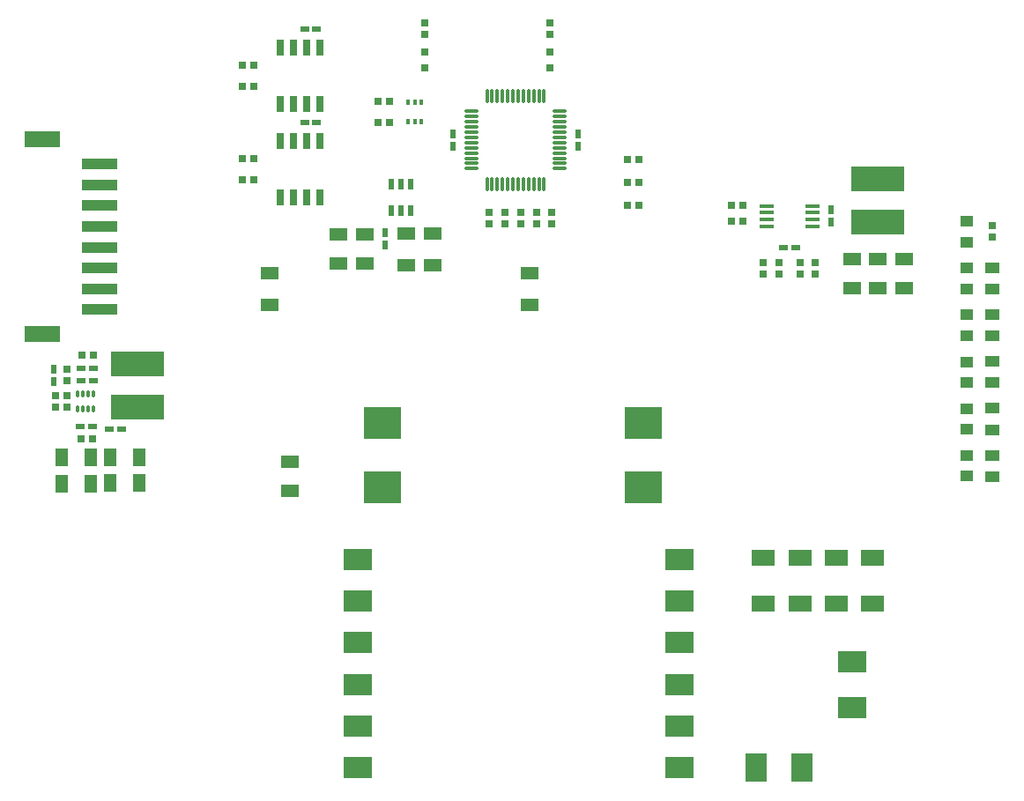
<source format=gbr>
%TF.GenerationSoftware,Altium Limited,Altium Designer,25.1.2 (22)*%
G04 Layer_Color=8421504*
%FSLAX45Y45*%
%MOMM*%
%TF.SameCoordinates,CB1A417E-7DD8-4276-B15B-71DB2DCBA6F7*%
%TF.FilePolarity,Positive*%
%TF.FileFunction,Paste,Top*%
%TF.Part,Single*%
G01*
G75*
%TA.AperFunction,ConnectorPad*%
%ADD11R,2.75000X2.00000*%
%TA.AperFunction,SMDPad,CuDef*%
%ADD12O,0.30000X1.40000*%
%ADD13O,1.40000X0.30000*%
%ADD14R,0.65000X0.80000*%
%ADD15R,0.80000X0.65000*%
%ADD16R,3.57000X3.10000*%
%ADD17R,2.15900X2.74300*%
%ADD18R,1.30000X1.80000*%
G04:AMPARAMS|DCode=19|XSize=0.67mm|YSize=0.3mm|CornerRadius=0.05mm|HoleSize=0mm|Usage=FLASHONLY|Rotation=90.000|XOffset=0mm|YOffset=0mm|HoleType=Round|Shape=RoundedRectangle|*
%AMROUNDEDRECTD19*
21,1,0.67000,0.20000,0,0,90.0*
21,1,0.57000,0.30000,0,0,90.0*
1,1,0.10000,0.10000,0.28500*
1,1,0.10000,0.10000,-0.28500*
1,1,0.10000,-0.10000,-0.28500*
1,1,0.10000,-0.10000,0.28500*
%
%ADD19ROUNDEDRECTD19*%
%ADD20R,0.85000X0.60000*%
%ADD21R,0.60000X0.85000*%
%ADD22R,1.80000X1.30000*%
%ADD23R,0.60000X1.10000*%
%ADD24R,5.10000X2.35000*%
%ADD25R,2.20000X1.55000*%
%ADD26R,1.40000X1.05000*%
%ADD27R,1.15000X1.00000*%
%ADD28R,3.50000X1.00000*%
%ADD29R,3.40000X1.50000*%
%ADD30R,0.80000X0.80000*%
%ADD31R,2.74300X2.15900*%
G04:AMPARAMS|DCode=32|XSize=1.55mm|YSize=0.6mm|CornerRadius=0.05mm|HoleSize=0mm|Usage=FLASHONLY|Rotation=90.000|XOffset=0mm|YOffset=0mm|HoleType=Round|Shape=RoundedRectangle|*
%AMROUNDEDRECTD32*
21,1,1.55000,0.50000,0,0,90.0*
21,1,1.45000,0.60000,0,0,90.0*
1,1,0.10000,0.25000,0.72500*
1,1,0.10000,0.25000,-0.72500*
1,1,0.10000,-0.25000,-0.72500*
1,1,0.10000,-0.25000,0.72500*
%
%ADD32ROUNDEDRECTD32*%
%ADD33R,1.45000X0.45000*%
%ADD34R,0.42000X0.60000*%
D11*
X3252500Y2400000D02*
D03*
Y2000000D02*
D03*
Y1600000D02*
D03*
Y1200000D02*
D03*
Y800000D02*
D03*
Y400000D02*
D03*
X6347500D02*
D03*
Y800000D02*
D03*
Y1200000D02*
D03*
Y1600000D02*
D03*
Y2000000D02*
D03*
Y2400000D02*
D03*
D12*
X4493735Y6850239D02*
D03*
X4543735D02*
D03*
X4593735D02*
D03*
X4643735D02*
D03*
X4693735D02*
D03*
X4743735D02*
D03*
X4793735D02*
D03*
X4843735D02*
D03*
X4893735D02*
D03*
X4943735D02*
D03*
X4993735D02*
D03*
X5043735D02*
D03*
Y6010239D02*
D03*
X4993735D02*
D03*
X4943735D02*
D03*
X4893735D02*
D03*
X4843735D02*
D03*
X4793735D02*
D03*
X4743735D02*
D03*
X4693735D02*
D03*
X4643735D02*
D03*
X4593735D02*
D03*
X4543735D02*
D03*
X4493735D02*
D03*
D13*
X5188735Y6705239D02*
D03*
Y6655239D02*
D03*
Y6605239D02*
D03*
Y6555239D02*
D03*
Y6505239D02*
D03*
Y6455239D02*
D03*
Y6405239D02*
D03*
Y6355239D02*
D03*
Y6305239D02*
D03*
Y6255239D02*
D03*
Y6205239D02*
D03*
Y6155239D02*
D03*
X4348735D02*
D03*
Y6205239D02*
D03*
Y6255239D02*
D03*
Y6305239D02*
D03*
Y6355239D02*
D03*
Y6405239D02*
D03*
Y6455239D02*
D03*
Y6505239D02*
D03*
Y6555239D02*
D03*
Y6605239D02*
D03*
Y6655239D02*
D03*
Y6705239D02*
D03*
D14*
X7300000Y5255000D02*
D03*
Y5145000D02*
D03*
X7500000Y5255000D02*
D03*
Y5145000D02*
D03*
X455881Y3864562D02*
D03*
Y3974562D02*
D03*
X350000Y3974600D02*
D03*
Y3864600D02*
D03*
X455881Y4114561D02*
D03*
Y4224562D02*
D03*
X7150000Y5145000D02*
D03*
Y5255000D02*
D03*
X4518735Y5735239D02*
D03*
Y5625239D02*
D03*
X4818735Y5625239D02*
D03*
Y5735238D02*
D03*
X4668735Y5735239D02*
D03*
Y5625239D02*
D03*
X5118735Y5625239D02*
D03*
Y5735238D02*
D03*
X4968735Y5735239D02*
D03*
Y5625239D02*
D03*
X5100000Y7445000D02*
D03*
Y7555000D02*
D03*
X3900000Y7445000D02*
D03*
Y7555000D02*
D03*
X9350000Y5495000D02*
D03*
Y5604999D02*
D03*
X7650000Y5145000D02*
D03*
Y5255000D02*
D03*
D15*
X6845000Y5650000D02*
D03*
X6955000D02*
D03*
X2145000Y6050000D02*
D03*
X2255000Y6050000D02*
D03*
X700882Y3559562D02*
D03*
X590882D02*
D03*
X5844999Y6240000D02*
D03*
X5955000D02*
D03*
X5845000Y5800000D02*
D03*
X5955000D02*
D03*
X5845000Y6020000D02*
D03*
X5955000D02*
D03*
X710882Y4359562D02*
D03*
X600882D02*
D03*
X2255000Y6950000D02*
D03*
X2145000D02*
D03*
X2255000Y7150000D02*
D03*
X2145000D02*
D03*
X2255000Y6250000D02*
D03*
X2145000Y6250000D02*
D03*
X3445000Y6600000D02*
D03*
X3555000D02*
D03*
X3445000Y6800000D02*
D03*
X3555000D02*
D03*
X6955000Y5800000D02*
D03*
X6845000D02*
D03*
D16*
X5994000Y3090000D02*
D03*
Y3709999D02*
D03*
X3494000Y3710000D02*
D03*
Y3090000D02*
D03*
D17*
X7521000Y400000D02*
D03*
X7079000D02*
D03*
D18*
X405882Y3379562D02*
D03*
X685882D02*
D03*
X875881Y3139562D02*
D03*
X1155882D02*
D03*
X1155882Y3379562D02*
D03*
X875881Y3379562D02*
D03*
X685882Y3129561D02*
D03*
X405882Y3129562D02*
D03*
D19*
X560881Y3993562D02*
D03*
X610882D02*
D03*
X660881D02*
D03*
X710881D02*
D03*
Y3845562D02*
D03*
X660881D02*
D03*
X610881D02*
D03*
X560881Y3845562D02*
D03*
D20*
X703381Y3679562D02*
D03*
X588382Y3679562D02*
D03*
X983382Y3649562D02*
D03*
X868382D02*
D03*
X598382Y4119561D02*
D03*
X713381D02*
D03*
Y4239561D02*
D03*
X598382D02*
D03*
X2742500Y6600000D02*
D03*
X2857499D02*
D03*
X2742500Y7500000D02*
D03*
X2857500D02*
D03*
X7342500Y5400000D02*
D03*
X7457500D02*
D03*
D21*
X3518735Y5537739D02*
D03*
X3518735Y5422739D02*
D03*
X335881Y4112062D02*
D03*
Y4227061D02*
D03*
X4168735Y6487739D02*
D03*
Y6372739D02*
D03*
X5368735Y6487738D02*
D03*
Y6372739D02*
D03*
X7800000Y5642500D02*
D03*
Y5757500D02*
D03*
D22*
X3318735Y5520239D02*
D03*
Y5240239D02*
D03*
X3718735Y5530239D02*
D03*
Y5230238D02*
D03*
X3068735Y5520239D02*
D03*
Y5240239D02*
D03*
X3968735Y5530239D02*
D03*
Y5230238D02*
D03*
X4906000Y5150000D02*
D03*
Y4850000D02*
D03*
X2406000Y5150000D02*
D03*
Y4850000D02*
D03*
X8500000Y5290000D02*
D03*
Y5010000D02*
D03*
X8250000Y5290000D02*
D03*
Y5010001D02*
D03*
X8000000Y5290000D02*
D03*
Y5010000D02*
D03*
X2600000Y3060000D02*
D03*
Y3340000D02*
D03*
D23*
X3573735Y6010238D02*
D03*
X3668735Y6010239D02*
D03*
X3763735Y6010238D02*
D03*
Y5750238D02*
D03*
X3668735Y5750239D02*
D03*
X3573735Y5750238D02*
D03*
D24*
X1135881Y3862062D02*
D03*
Y4277062D02*
D03*
X8250000Y5642500D02*
D03*
Y6057500D02*
D03*
D25*
X7500000Y1980000D02*
D03*
X7500000Y2419999D02*
D03*
X7850000Y1980000D02*
D03*
Y2420000D02*
D03*
X8200000Y1980000D02*
D03*
Y2420000D02*
D03*
X7150000Y1980000D02*
D03*
Y2420000D02*
D03*
D26*
X9350000Y4547500D02*
D03*
Y4752500D02*
D03*
Y4097500D02*
D03*
Y4302500D02*
D03*
Y3647500D02*
D03*
Y3852500D02*
D03*
Y3197500D02*
D03*
Y3402500D02*
D03*
Y4997500D02*
D03*
Y5202500D02*
D03*
D27*
X9100000Y5450000D02*
D03*
Y5650000D02*
D03*
Y4100000D02*
D03*
Y4300000D02*
D03*
Y3650000D02*
D03*
Y3850000D02*
D03*
Y3200000D02*
D03*
Y3400000D02*
D03*
Y5000000D02*
D03*
Y5200000D02*
D03*
Y4550000D02*
D03*
Y4750000D02*
D03*
D28*
X775000Y4800000D02*
D03*
X775000Y5599999D02*
D03*
X775000Y5800001D02*
D03*
X775000Y6000000D02*
D03*
X775000Y6200000D02*
D03*
X775000Y5000000D02*
D03*
X775000Y5200001D02*
D03*
X775000Y5400000D02*
D03*
D29*
X219999Y4565000D02*
D03*
X220000Y6434999D02*
D03*
D30*
X5100000Y7275000D02*
D03*
Y7125000D02*
D03*
X3900000D02*
D03*
Y7275000D02*
D03*
D31*
X8000000Y979000D02*
D03*
Y1421000D02*
D03*
D32*
X2509499Y6780000D02*
D03*
X2636500Y6780000D02*
D03*
X2763500Y6780000D02*
D03*
X2890500D02*
D03*
X2890500Y7320000D02*
D03*
X2763500D02*
D03*
X2636500D02*
D03*
X2509500D02*
D03*
X2509500Y5880000D02*
D03*
X2636500D02*
D03*
X2763500D02*
D03*
X2890500D02*
D03*
X2890500Y6420000D02*
D03*
X2763500D02*
D03*
X2636500Y6420000D02*
D03*
X2509500Y6420000D02*
D03*
D33*
X7620000Y5602500D02*
D03*
X7620000Y5667500D02*
D03*
X7620000Y5732500D02*
D03*
X7620000Y5797500D02*
D03*
X7180000Y5602500D02*
D03*
X7180000Y5667500D02*
D03*
X7180000Y5732500D02*
D03*
X7180000Y5797500D02*
D03*
D34*
X3800000Y6794500D02*
D03*
X3864999D02*
D03*
X3800000Y6604500D02*
D03*
X3865000D02*
D03*
X3735000Y6605000D02*
D03*
X3735000Y6795000D02*
D03*
%TF.MD5,e15a73b66980148da97907d6a2a9e934*%
M02*

</source>
